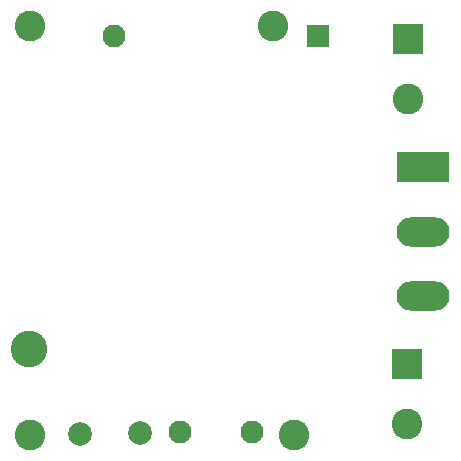
<source format=gts>
G04 #@! TF.GenerationSoftware,KiCad,Pcbnew,6.0.5-a6ca702e91~116~ubuntu20.04.1*
G04 #@! TF.CreationDate,2022-06-20T16:09:36+05:30*
G04 #@! TF.ProjectId,BackEnd_HeavyDevice_v6,4261636b-456e-4645-9f48-656176794465,rev?*
G04 #@! TF.SameCoordinates,Original*
G04 #@! TF.FileFunction,Soldermask,Top*
G04 #@! TF.FilePolarity,Negative*
%FSLAX46Y46*%
G04 Gerber Fmt 4.6, Leading zero omitted, Abs format (unit mm)*
G04 Created by KiCad (PCBNEW 6.0.5-a6ca702e91~116~ubuntu20.04.1) date 2022-06-20 16:09:36*
%MOMM*%
%LPD*%
G01*
G04 APERTURE LIST*
%ADD10R,4.500000X2.500000*%
%ADD11O,4.500000X2.500000*%
%ADD12C,1.950000*%
%ADD13R,1.950000X1.950000*%
%ADD14R,2.600000X2.600000*%
%ADD15C,2.600000*%
%ADD16C,3.100000*%
%ADD17C,2.000000*%
G04 APERTURE END LIST*
D10*
X147925000Y-110750000D03*
D11*
X147925000Y-116200000D03*
X147925000Y-121650000D03*
D12*
X133383000Y-133195000D03*
X127287000Y-133195000D03*
X121699000Y-99667000D03*
D13*
X138971000Y-99667000D03*
D14*
X146497000Y-127460000D03*
D15*
X146497000Y-132460000D03*
D14*
X146576000Y-99860100D03*
D15*
X146576000Y-104940100D03*
D16*
X114554000Y-126187000D03*
D15*
X137000000Y-133400000D03*
X114600000Y-133400000D03*
X135200000Y-98800000D03*
X114600000Y-98800000D03*
D17*
X123940000Y-133300000D03*
X118860000Y-133310000D03*
M02*

</source>
